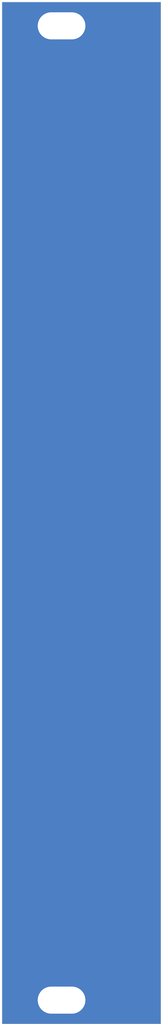
<source format=kicad_pcb>
(kicad_pcb (version 20171130) (host pcbnew "(5.1.4)-1")

  (general
    (thickness 1.6)
    (drawings 4)
    (tracks 0)
    (zones 0)
    (modules 4)
    (nets 2)
  )

  (page A4)
  (layers
    (0 F.Cu signal)
    (31 B.Cu signal)
    (32 B.Adhes user)
    (33 F.Adhes user)
    (34 B.Paste user)
    (35 F.Paste user)
    (36 B.SilkS user)
    (37 F.SilkS user)
    (38 B.Mask user)
    (39 F.Mask user)
    (40 Dwgs.User user)
    (41 Cmts.User user)
    (42 Eco1.User user)
    (43 Eco2.User user)
    (44 Edge.Cuts user)
    (45 Margin user)
    (46 B.CrtYd user)
    (47 F.CrtYd user)
    (48 B.Fab user)
    (49 F.Fab user)
  )

  (setup
    (last_trace_width 0.25)
    (trace_clearance 0.2)
    (zone_clearance 0.508)
    (zone_45_only no)
    (trace_min 0.2)
    (via_size 0.8)
    (via_drill 0.4)
    (via_min_size 0.4)
    (via_min_drill 0.3)
    (uvia_size 0.3)
    (uvia_drill 0.1)
    (uvias_allowed no)
    (uvia_min_size 0.2)
    (uvia_min_drill 0.1)
    (edge_width 0.05)
    (segment_width 0.2)
    (pcb_text_width 0.3)
    (pcb_text_size 1.5 1.5)
    (mod_edge_width 0.12)
    (mod_text_size 1 1)
    (mod_text_width 0.15)
    (pad_size 1.524 1.524)
    (pad_drill 0.762)
    (pad_to_mask_clearance 0.051)
    (solder_mask_min_width 0.25)
    (aux_axis_origin 50 178.5)
    (grid_origin 50 178.5)
    (visible_elements FFFFFF7F)
    (pcbplotparams
      (layerselection 0x010fc_ffffffff)
      (usegerberextensions false)
      (usegerberattributes false)
      (usegerberadvancedattributes false)
      (creategerberjobfile false)
      (excludeedgelayer true)
      (linewidth 0.100000)
      (plotframeref false)
      (viasonmask false)
      (mode 1)
      (useauxorigin false)
      (hpglpennumber 1)
      (hpglpenspeed 20)
      (hpglpendiameter 15.000000)
      (psnegative false)
      (psa4output false)
      (plotreference true)
      (plotvalue true)
      (plotinvisibletext false)
      (padsonsilk false)
      (subtractmaskfromsilk false)
      (outputformat 1)
      (mirror false)
      (drillshape 1)
      (scaleselection 1)
      (outputdirectory ""))
  )

  (net 0 "")
  (net 1 GND)

  (net_class Default "これはデフォルトのネット クラスです。"
    (clearance 0.2)
    (trace_width 0.25)
    (via_dia 0.8)
    (via_drill 0.4)
    (uvia_dia 0.3)
    (uvia_drill 0.1)
    (add_net GND)
  )

  (module symbol:4HP_MASK_BAR (layer F.Cu) (tedit 58201238) (tstamp 617EA370)
    (at 50 168.5)
    (fp_text reference REF** (at -6 -2) (layer F.SilkS) hide
      (effects (font (size 1 1) (thickness 0.15)))
    )
    (fp_text value 4HP_MASK_BAR (at -5.5 -3.5) (layer F.Fab) hide
      (effects (font (size 1 1) (thickness 0.15)))
    )
    (fp_poly (pts (xy 0 0) (xy 20 0) (xy 20 10) (xy 0 10)) (layer B.Mask) (width 0.01))
  )

  (module symbol:4HP_MASK_BAR (layer F.Cu) (tedit 58201238) (tstamp 617EA36E)
    (at 50 50)
    (fp_text reference REF** (at -6 -2) (layer F.SilkS) hide
      (effects (font (size 1 1) (thickness 0.15)))
    )
    (fp_text value 4HP_MASK_BAR (at -5.5 -3.5) (layer F.Fab) hide
      (effects (font (size 1 1) (thickness 0.15)))
    )
    (fp_poly (pts (xy 0 0) (xy 20 0) (xy 20 10) (xy 0 10)) (layer B.Mask) (width 0.01))
  )

  (module kicadlib:RACK_HOLE_6x3.4 (layer F.Cu) (tedit 617E4E1D) (tstamp 617EA22C)
    (at 57.5 53)
    (path /617E4E83)
    (fp_text reference J1 (at 0 0.5) (layer F.SilkS) hide
      (effects (font (size 1 1) (thickness 0.15)))
    )
    (fp_text value RackHole (at 0 -0.5) (layer F.Fab) hide
      (effects (font (size 1 1) (thickness 0.15)))
    )
    (pad 1 thru_hole oval (at 0 0) (size 7.8 5.2) (drill oval 6 3.4) (layers *.Cu *.Mask)
      (net 1 GND) (zone_connect 2))
  )

  (module kicadlib:RACK_HOLE_6x3.4 (layer F.Cu) (tedit 617E4E1D) (tstamp 617EA231)
    (at 57.5 175.5)
    (path /617E542B)
    (fp_text reference J2 (at 0 0.5) (layer F.SilkS) hide
      (effects (font (size 1 1) (thickness 0.15)))
    )
    (fp_text value RackHole (at 0 -0.5) (layer F.Fab) hide
      (effects (font (size 1 1) (thickness 0.15)))
    )
    (pad 1 thru_hole oval (at 0 0) (size 7.8 5.2) (drill oval 6 3.4) (layers *.Cu *.Mask)
      (net 1 GND) (zone_connect 2))
  )

  (gr_line (start 50 178.5) (end 50 50) (layer Edge.Cuts) (width 0.05) (tstamp 617EA217))
  (gr_line (start 70 178.5) (end 50 178.5) (layer Edge.Cuts) (width 0.05))
  (gr_line (start 70 50) (end 70 178.5) (layer Edge.Cuts) (width 0.05))
  (gr_line (start 50 50) (end 70 50) (layer Edge.Cuts) (width 0.05))

  (zone (net 1) (net_name GND) (layer F.Cu) (tstamp 0) (hatch edge 0.508)
    (connect_pads yes (clearance 0))
    (min_thickness 0.0254)
    (fill yes (arc_segments 32) (thermal_gap 0) (thermal_bridge_width 0.0255))
    (polygon
      (pts
        (xy 50 50) (xy 50 178.5) (xy 70 178.5) (xy 70 50)
      )
    )
    (filled_polygon
      (pts
        (xy 69.962301 178.4623) (xy 50.0377 178.4623) (xy 50.0377 50.0377) (xy 69.9623 50.0377)
      )
    )
  )
  (zone (net 1) (net_name GND) (layer B.Cu) (tstamp 0) (hatch edge 0.508)
    (connect_pads yes (clearance 0))
    (min_thickness 0.0254)
    (fill yes (arc_segments 32) (thermal_gap 0) (thermal_bridge_width 0.0255))
    (polygon
      (pts
        (xy 50 50) (xy 50 178.5) (xy 70 178.5) (xy 70 50)
      )
    )
    (filled_polygon
      (pts
        (xy 69.962301 178.4623) (xy 50.0377 178.4623) (xy 50.0377 50.0377) (xy 69.9623 50.0377)
      )
    )
  )
)

</source>
